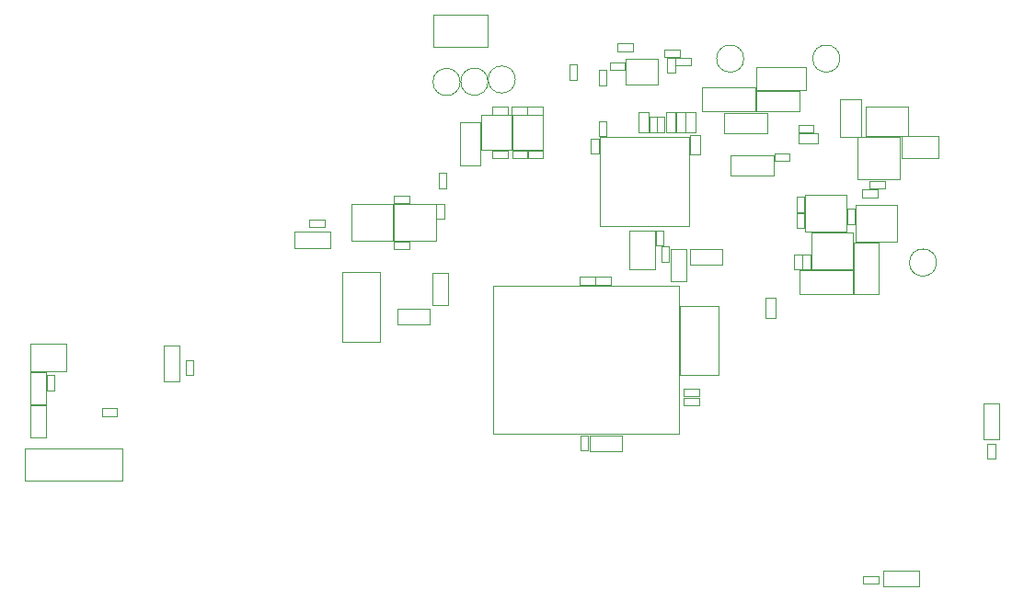
<source format=gbr>
G04 #@! TF.GenerationSoftware,KiCad,Pcbnew,7.0.6*
G04 #@! TF.CreationDate,2023-12-22T13:27:43-08:00*
G04 #@! TF.ProjectId,procon_gcc_main_pcb,70726f63-6f6e-45f6-9763-635f6d61696e,1*
G04 #@! TF.SameCoordinates,Original*
G04 #@! TF.FileFunction,Other,User*
%FSLAX46Y46*%
G04 Gerber Fmt 4.6, Leading zero omitted, Abs format (unit mm)*
G04 Created by KiCad (PCBNEW 7.0.6) date 2023-12-22 13:27:43*
%MOMM*%
%LPD*%
G01*
G04 APERTURE LIST*
%ADD10C,0.050000*%
G04 APERTURE END LIST*
D10*
X90300000Y-135725000D02*
X88900000Y-135725000D01*
X90300000Y-135025000D02*
X90300000Y-135725000D01*
X88900000Y-135725000D02*
X88900000Y-135025000D01*
X88900000Y-135025000D02*
X90300000Y-135025000D01*
X162450000Y-109970000D02*
X165850000Y-109970000D01*
X162450000Y-111930000D02*
X162450000Y-109970000D01*
X165850000Y-109970000D02*
X165850000Y-111930000D01*
X165850000Y-111930000D02*
X162450000Y-111930000D01*
X152816600Y-116943800D02*
X152816600Y-115543800D01*
X153516600Y-116943800D02*
X152816600Y-116943800D01*
X152816600Y-115543800D02*
X153516600Y-115543800D01*
X153516600Y-115543800D02*
X153516600Y-116943800D01*
X139961100Y-108163094D02*
X139961100Y-109563094D01*
X139261100Y-108163094D02*
X139961100Y-108163094D01*
X139961100Y-109563094D02*
X139261100Y-109563094D01*
X139261100Y-109563094D02*
X139261100Y-108163094D01*
X150100000Y-109700000D02*
X150100000Y-107800000D01*
X150100000Y-109700000D02*
X146100000Y-109700000D01*
X150100000Y-107800000D02*
X146100000Y-107800000D01*
X146100000Y-109700000D02*
X146100000Y-107800000D01*
X160387200Y-119776000D02*
X158087200Y-119776000D01*
X160387200Y-119776000D02*
X160387200Y-124476000D01*
X160387200Y-124476000D02*
X158087200Y-124476000D01*
X158087200Y-124476000D02*
X158087200Y-119776000D01*
X120748689Y-122553755D02*
X120748689Y-125513755D01*
X119288689Y-122553755D02*
X120748689Y-122553755D01*
X120748689Y-125513755D02*
X119288689Y-125513755D01*
X119288689Y-125513755D02*
X119288689Y-122553755D01*
X153375400Y-122216400D02*
X153375400Y-120816400D01*
X154075400Y-122216400D02*
X153375400Y-122216400D01*
X153375400Y-120816400D02*
X154075400Y-120816400D01*
X154075400Y-120816400D02*
X154075400Y-122216400D01*
X154786400Y-110623000D02*
X152966400Y-110623000D01*
X154786400Y-109703000D02*
X154786400Y-110623000D01*
X152966400Y-110623000D02*
X152966400Y-109703000D01*
X152966400Y-109703000D02*
X154786400Y-109703000D01*
X170389623Y-139668477D02*
X170389623Y-138268477D01*
X171089623Y-139668477D02*
X170389623Y-139668477D01*
X170389623Y-138268477D02*
X171089623Y-138268477D01*
X171089623Y-138268477D02*
X171089623Y-139668477D01*
X110975200Y-128859200D02*
X114475200Y-128859200D01*
X114475200Y-128859200D02*
X114475200Y-122499200D01*
X110975200Y-122499200D02*
X110975200Y-128859200D01*
X114475200Y-122499200D02*
X110975200Y-122499200D01*
X96047457Y-129230391D02*
X96047457Y-132530391D01*
X94587457Y-129230391D02*
X96047457Y-129230391D01*
X96047457Y-132530391D02*
X94587457Y-132530391D01*
X94587457Y-132530391D02*
X94587457Y-129230391D01*
X123796600Y-111206100D02*
X126596600Y-111206100D01*
X123796600Y-111206100D02*
X123796600Y-108006100D01*
X126596600Y-111206100D02*
X126596600Y-108006100D01*
X126596600Y-108006100D02*
X123796600Y-108006100D01*
X149948800Y-126710800D02*
X149948800Y-124850800D01*
X150888800Y-126710800D02*
X149948800Y-126710800D01*
X149948800Y-124850800D02*
X150888800Y-124850800D01*
X150888800Y-124850800D02*
X150888800Y-126710800D01*
X142427000Y-133233600D02*
X143827000Y-133233600D01*
X142427000Y-133933600D02*
X142427000Y-133233600D01*
X143827000Y-133233600D02*
X143827000Y-133933600D01*
X143827000Y-133933600D02*
X142427000Y-133933600D01*
X164100004Y-151428757D02*
X160800004Y-151428757D01*
X164100004Y-149968757D02*
X164100004Y-151428757D01*
X160800004Y-151428757D02*
X160800004Y-149968757D01*
X160800004Y-149968757D02*
X164100004Y-149968757D01*
X128040800Y-111962700D02*
X126640800Y-111962700D01*
X128040800Y-111262700D02*
X128040800Y-111962700D01*
X126640800Y-111962700D02*
X126640800Y-111262700D01*
X126640800Y-111262700D02*
X128040800Y-111262700D01*
X158007600Y-122200400D02*
X158007600Y-118800400D01*
X158007600Y-118800400D02*
X154167600Y-118800400D01*
X154167600Y-122200400D02*
X158007600Y-122200400D01*
X154167600Y-118800400D02*
X154167600Y-122200400D01*
X134600900Y-105264294D02*
X134600900Y-103864294D01*
X135300900Y-105264294D02*
X134600900Y-105264294D01*
X134600900Y-103864294D02*
X135300900Y-103864294D01*
X135300900Y-103864294D02*
X135300900Y-105264294D01*
X134665700Y-109988094D02*
X134665700Y-118228094D01*
X134665700Y-118228094D02*
X142905700Y-118228094D01*
X142905700Y-109988094D02*
X134665700Y-109988094D01*
X142905700Y-118228094D02*
X142905700Y-109988094D01*
X147950000Y-102800000D02*
G75*
G03*
X147950000Y-102800000I-1250000J0D01*
G01*
X124894200Y-137398800D02*
X141994200Y-137398800D01*
X141994200Y-137398800D02*
X141994200Y-123698800D01*
X124894200Y-123698800D02*
X124894200Y-137398800D01*
X141994200Y-123698800D02*
X124894200Y-123698800D01*
X141691100Y-109567294D02*
X141691100Y-107747294D01*
X142611100Y-109567294D02*
X141691100Y-109567294D01*
X141691100Y-107747294D02*
X142611100Y-107747294D01*
X142611100Y-107747294D02*
X142611100Y-109567294D01*
X124826800Y-111262700D02*
X126226800Y-111262700D01*
X124826800Y-111962700D02*
X124826800Y-111262700D01*
X126226800Y-111262700D02*
X126226800Y-111962700D01*
X126226800Y-111962700D02*
X124826800Y-111962700D01*
X146691600Y-111699000D02*
X146691600Y-113599000D01*
X146691600Y-111699000D02*
X150691600Y-111699000D01*
X146691600Y-113599000D02*
X150691600Y-113599000D01*
X150691600Y-111699000D02*
X150691600Y-113599000D01*
X149001838Y-107661120D02*
X144101838Y-107661120D01*
X149001838Y-105421120D02*
X149001838Y-107661120D01*
X144101838Y-107661120D02*
X144101838Y-105421120D01*
X144101838Y-105421120D02*
X149001838Y-105421120D01*
X153087120Y-107659987D02*
X153087120Y-105759987D01*
X153087120Y-107659987D02*
X149087120Y-107659987D01*
X153087120Y-105759987D02*
X149087120Y-105759987D01*
X149087120Y-107659987D02*
X149087120Y-105759987D01*
X133901700Y-111544294D02*
X133901700Y-110144294D01*
X134601700Y-111544294D02*
X133901700Y-111544294D01*
X133901700Y-110144294D02*
X134601700Y-110144294D01*
X134601700Y-110144294D02*
X134601700Y-111544294D01*
X124414600Y-104927400D02*
G75*
G03*
X124414600Y-104927400I-1250000J0D01*
G01*
X141624800Y-102728800D02*
X141624800Y-104128800D01*
X140924800Y-102728800D02*
X141624800Y-102728800D01*
X141624800Y-104128800D02*
X140924800Y-104128800D01*
X140924800Y-104128800D02*
X140924800Y-102728800D01*
X124801400Y-107249500D02*
X126201400Y-107249500D01*
X124801400Y-107949500D02*
X124801400Y-107249500D01*
X126201400Y-107249500D02*
X126201400Y-107949500D01*
X126201400Y-107949500D02*
X124801400Y-107949500D01*
X143827000Y-134746400D02*
X142427000Y-134746400D01*
X143827000Y-134046400D02*
X143827000Y-134746400D01*
X142427000Y-134746400D02*
X142427000Y-134046400D01*
X142427000Y-134046400D02*
X143827000Y-134046400D01*
X153313400Y-120816400D02*
X153313400Y-122216400D01*
X152613400Y-120816400D02*
X153313400Y-120816400D01*
X153313400Y-122216400D02*
X152613400Y-122216400D01*
X152613400Y-122216400D02*
X152613400Y-120816400D01*
X115763023Y-119631101D02*
X117163023Y-119631101D01*
X115763023Y-120331101D02*
X115763023Y-119631101D01*
X117163023Y-119631101D02*
X117163023Y-120331101D01*
X117163023Y-120331101D02*
X115763023Y-120331101D01*
X162350000Y-110050000D02*
X158450000Y-110050000D01*
X162350000Y-110050000D02*
X162350000Y-113950000D01*
X158450000Y-110050000D02*
X158450000Y-113950000D01*
X162350000Y-113950000D02*
X158450000Y-113950000D01*
X119019100Y-127277002D02*
X116059100Y-127277002D01*
X119019100Y-125817002D02*
X119019100Y-127277002D01*
X116059100Y-127277002D02*
X116059100Y-125817002D01*
X116059100Y-125817002D02*
X119019100Y-125817002D01*
X158004200Y-124513200D02*
X153104200Y-124513200D01*
X158004200Y-122273200D02*
X158004200Y-124513200D01*
X153104200Y-124513200D02*
X153104200Y-122273200D01*
X153104200Y-122273200D02*
X158004200Y-122273200D01*
X153583400Y-115320600D02*
X153583400Y-118720600D01*
X153583400Y-118720600D02*
X157423400Y-118720600D01*
X157423400Y-115320600D02*
X153583400Y-115320600D01*
X157423400Y-118720600D02*
X157423400Y-115320600D01*
X140672300Y-108163094D02*
X140672300Y-109563094D01*
X139972300Y-108163094D02*
X140672300Y-108163094D01*
X140672300Y-109563094D02*
X139972300Y-109563094D01*
X139972300Y-109563094D02*
X139972300Y-108163094D01*
X106631309Y-118767056D02*
X109931309Y-118767056D01*
X106631309Y-120227056D02*
X106631309Y-118767056D01*
X109931309Y-118767056D02*
X109931309Y-120227056D01*
X109931309Y-120227056D02*
X106631309Y-120227056D01*
X141692400Y-102723200D02*
X143092400Y-102723200D01*
X141692400Y-103423200D02*
X141692400Y-102723200D01*
X143092400Y-102723200D02*
X143092400Y-103423200D01*
X143092400Y-103423200D02*
X141692400Y-103423200D01*
X153694334Y-105684540D02*
X149094334Y-105684540D01*
X153694334Y-103584540D02*
X153694334Y-105684540D01*
X149094334Y-105684540D02*
X149094334Y-103584540D01*
X149094334Y-103584540D02*
X153694334Y-103584540D01*
X115762223Y-116172901D02*
X115762223Y-119572901D01*
X115762223Y-119572901D02*
X119602223Y-119572901D01*
X119602223Y-116172901D02*
X115762223Y-116172901D01*
X119602223Y-119572901D02*
X119602223Y-116172901D01*
X82271600Y-129102800D02*
X82271600Y-131602800D01*
X82271600Y-129102800D02*
X85571600Y-129102800D01*
X85571600Y-131602800D02*
X82271600Y-131602800D01*
X85571600Y-131602800D02*
X85571600Y-129102800D01*
X142668323Y-120333129D02*
X142668323Y-123293129D01*
X141208323Y-120333129D02*
X142668323Y-120333129D01*
X142668323Y-123293129D02*
X141208323Y-123293129D01*
X141208323Y-123293129D02*
X141208323Y-120333129D01*
X81774400Y-141682600D02*
X90774400Y-141682600D01*
X90774400Y-141682600D02*
X90774400Y-138682600D01*
X81774400Y-138682600D02*
X81774400Y-141682600D01*
X90774400Y-138682600D02*
X81774400Y-138682600D01*
X136358400Y-101402400D02*
X137758400Y-101402400D01*
X136358400Y-102102400D02*
X136358400Y-101402400D01*
X137758400Y-101402400D02*
X137758400Y-102102400D01*
X137758400Y-102102400D02*
X136358400Y-102102400D01*
X134625600Y-109944094D02*
X134625600Y-108544094D01*
X135325600Y-109944094D02*
X134625600Y-109944094D01*
X134625600Y-108544094D02*
X135325600Y-108544094D01*
X135325600Y-108544094D02*
X135325600Y-109944094D01*
X115752423Y-115414701D02*
X117152423Y-115414701D01*
X115752423Y-116114701D02*
X115752423Y-115414701D01*
X117152423Y-115414701D02*
X117152423Y-116114701D01*
X117152423Y-116114701D02*
X115752423Y-116114701D01*
X139795100Y-118686494D02*
X139795100Y-122186494D01*
X137395100Y-118686494D02*
X139795100Y-118686494D01*
X139795100Y-122186494D02*
X137395100Y-122186494D01*
X137395100Y-122186494D02*
X137395100Y-118686494D01*
X143011900Y-111627294D02*
X143011900Y-109807294D01*
X143931900Y-111627294D02*
X143011900Y-111627294D01*
X143011900Y-109807294D02*
X143931900Y-109807294D01*
X143931900Y-109807294D02*
X143931900Y-111627294D01*
X137021800Y-103855000D02*
X135621800Y-103855000D01*
X137021800Y-103155000D02*
X137021800Y-103855000D01*
X135621800Y-103855000D02*
X135621800Y-103155000D01*
X135621800Y-103155000D02*
X137021800Y-103155000D01*
X133749600Y-137496800D02*
X136709600Y-137496800D01*
X133749600Y-138956800D02*
X133749600Y-137496800D01*
X136709600Y-137496800D02*
X136709600Y-138956800D01*
X136709600Y-138956800D02*
X133749600Y-138956800D01*
X171468456Y-134564581D02*
X171468456Y-137864581D01*
X170008456Y-134564581D02*
X171468456Y-134564581D01*
X171468456Y-137864581D02*
X170008456Y-137864581D01*
X170008456Y-137864581D02*
X170008456Y-134564581D01*
X84525600Y-131949400D02*
X84525600Y-133349400D01*
X83825600Y-131949400D02*
X84525600Y-131949400D01*
X84525600Y-133349400D02*
X83825600Y-133349400D01*
X83825600Y-133349400D02*
X83825600Y-131949400D01*
X126641400Y-111206100D02*
X129441400Y-111206100D01*
X126641400Y-111206100D02*
X126641400Y-108006100D01*
X129441400Y-111206100D02*
X129441400Y-108006100D01*
X129441400Y-108006100D02*
X126641400Y-108006100D01*
X158945629Y-150497756D02*
X160345629Y-150497756D01*
X158945629Y-151197756D02*
X158945629Y-150497756D01*
X160345629Y-150497756D02*
X160345629Y-151197756D01*
X160345629Y-151197756D02*
X158945629Y-151197756D01*
X115690623Y-119572901D02*
X115690623Y-116172901D01*
X115690623Y-116172901D02*
X111850623Y-116172901D01*
X111850623Y-119572901D02*
X115690623Y-119572901D01*
X111850623Y-116172901D02*
X111850623Y-119572901D01*
X134253200Y-123616200D02*
X132853200Y-123616200D01*
X134253200Y-122916200D02*
X134253200Y-123616200D01*
X132853200Y-123616200D02*
X132853200Y-122916200D01*
X132853200Y-122916200D02*
X134253200Y-122916200D01*
X107985401Y-117627059D02*
X109385401Y-117627059D01*
X107985401Y-118327059D02*
X107985401Y-117627059D01*
X109385401Y-117627059D02*
X109385401Y-118327059D01*
X109385401Y-118327059D02*
X107985401Y-118327059D01*
X142973194Y-120330800D02*
X145933194Y-120330800D01*
X142973194Y-121790800D02*
X142973194Y-120330800D01*
X145933194Y-120330800D02*
X145933194Y-121790800D01*
X145933194Y-121790800D02*
X142973194Y-121790800D01*
X143525500Y-107747294D02*
X143525500Y-109567294D01*
X142605500Y-107747294D02*
X143525500Y-107747294D01*
X143525500Y-109567294D02*
X142605500Y-109567294D01*
X142605500Y-109567294D02*
X142605500Y-107747294D01*
X152973200Y-108924000D02*
X154373200Y-108924000D01*
X152973200Y-109624000D02*
X152973200Y-108924000D01*
X154373200Y-108924000D02*
X154373200Y-109624000D01*
X154373200Y-109624000D02*
X152973200Y-109624000D01*
X140353300Y-121501094D02*
X140353300Y-120101094D01*
X141053300Y-121501094D02*
X140353300Y-121501094D01*
X140353300Y-120101094D02*
X141053300Y-120101094D01*
X141053300Y-120101094D02*
X141053300Y-121501094D01*
X120575902Y-113356302D02*
X120575902Y-114756302D01*
X119875902Y-113356302D02*
X120575902Y-113356302D01*
X120575902Y-114756302D02*
X119875902Y-114756302D01*
X119875902Y-114756302D02*
X119875902Y-113356302D01*
X139207500Y-107749894D02*
X139207500Y-109569894D01*
X138287500Y-107749894D02*
X139207500Y-107749894D01*
X139207500Y-109569894D02*
X138287500Y-109569894D01*
X138287500Y-109569894D02*
X138287500Y-107749894D01*
X124420000Y-98728400D02*
X119420000Y-98728400D01*
X119420000Y-98728400D02*
X119420000Y-101728400D01*
X124420000Y-101728400D02*
X124420000Y-98728400D01*
X119420000Y-101728400D02*
X124420000Y-101728400D01*
X121849200Y-104952800D02*
G75*
G03*
X121849200Y-104952800I-1250000J0D01*
G01*
X141696700Y-107749894D02*
X141696700Y-109569894D01*
X140776700Y-107749894D02*
X141696700Y-107749894D01*
X141696700Y-109569894D02*
X140776700Y-109569894D01*
X140776700Y-109569894D02*
X140776700Y-107749894D01*
X158254700Y-116275600D02*
X158254700Y-119675600D01*
X158254700Y-119675600D02*
X162094700Y-119675600D01*
X162094700Y-116275600D02*
X158254700Y-116275600D01*
X162094700Y-119675600D02*
X162094700Y-116275600D01*
X156795200Y-102799400D02*
G75*
G03*
X156795200Y-102799400I-1250000J0D01*
G01*
X126929200Y-104724200D02*
G75*
G03*
X126929200Y-104724200I-1250000J0D01*
G01*
X83737200Y-131666800D02*
X83737200Y-134626800D01*
X82277200Y-131666800D02*
X83737200Y-131666800D01*
X83737200Y-134626800D02*
X82277200Y-134626800D01*
X82277200Y-134626800D02*
X82277200Y-131666800D01*
X128004800Y-107949500D02*
X126604800Y-107949500D01*
X128004800Y-107249500D02*
X128004800Y-107949500D01*
X126604800Y-107949500D02*
X126604800Y-107249500D01*
X126604800Y-107249500D02*
X128004800Y-107249500D01*
X137107000Y-105213000D02*
X140007000Y-105213000D01*
X140007000Y-105213000D02*
X140007000Y-102813000D01*
X137107000Y-102813000D02*
X137107000Y-105213000D01*
X140007000Y-102813000D02*
X137107000Y-102813000D01*
X142090200Y-131983400D02*
X145590200Y-131983400D01*
X145590200Y-131983400D02*
X145590200Y-125623400D01*
X142090200Y-125623400D02*
X142090200Y-131983400D01*
X145590200Y-125623400D02*
X142090200Y-125623400D01*
X128052600Y-107249500D02*
X129452600Y-107249500D01*
X128052600Y-107949500D02*
X128052600Y-107249500D01*
X129452600Y-107249500D02*
X129452600Y-107949500D01*
X129452600Y-107949500D02*
X128052600Y-107949500D01*
X139870700Y-120044294D02*
X139870700Y-118644294D01*
X140570700Y-120044294D02*
X139870700Y-120044294D01*
X139870700Y-118644294D02*
X140570700Y-118644294D01*
X140570700Y-118644294D02*
X140570700Y-120044294D01*
X97283652Y-130552363D02*
X97283652Y-131952363D01*
X96583652Y-130552363D02*
X97283652Y-130552363D01*
X97283652Y-131952363D02*
X96583652Y-131952363D01*
X96583652Y-131952363D02*
X96583652Y-130552363D01*
X132898400Y-138901400D02*
X132898400Y-137501400D01*
X133598400Y-138901400D02*
X132898400Y-138901400D01*
X132898400Y-137501400D02*
X133598400Y-137501400D01*
X133598400Y-137501400D02*
X133598400Y-138901400D01*
X128063200Y-111262700D02*
X129463200Y-111262700D01*
X128063200Y-111962700D02*
X128063200Y-111262700D01*
X129463200Y-111262700D02*
X129463200Y-111962700D01*
X129463200Y-111962700D02*
X128063200Y-111962700D01*
X150763400Y-111514800D02*
X152163400Y-111514800D01*
X150763400Y-112214800D02*
X150763400Y-111514800D01*
X152163400Y-111514800D02*
X152163400Y-112214800D01*
X152163400Y-112214800D02*
X150763400Y-112214800D01*
X158190200Y-116650800D02*
X158190200Y-118050800D01*
X157490200Y-116650800D02*
X158190200Y-116650800D01*
X158190200Y-118050800D02*
X157490200Y-118050800D01*
X157490200Y-118050800D02*
X157490200Y-116650800D01*
X159150000Y-107200000D02*
X163050000Y-107200000D01*
X159150000Y-109900000D02*
X159150000Y-107200000D01*
X163050000Y-107200000D02*
X163050000Y-109900000D01*
X163050000Y-109900000D02*
X159150000Y-109900000D01*
X132607800Y-103338400D02*
X132607800Y-104738400D01*
X131907800Y-103338400D02*
X132607800Y-103338400D01*
X132607800Y-104738400D02*
X131907800Y-104738400D01*
X131907800Y-104738400D02*
X131907800Y-103338400D01*
X160918077Y-114752950D02*
X159518077Y-114752950D01*
X160918077Y-114052950D02*
X160918077Y-114752950D01*
X159518077Y-114752950D02*
X159518077Y-114052950D01*
X159518077Y-114052950D02*
X160918077Y-114052950D01*
X123708200Y-108642400D02*
X121808200Y-108642400D01*
X123708200Y-108642400D02*
X123708200Y-112642400D01*
X121808200Y-108642400D02*
X121808200Y-112642400D01*
X123708200Y-112642400D02*
X121808200Y-112642400D01*
X82277200Y-137662600D02*
X82277200Y-134702600D01*
X83737200Y-137662600D02*
X82277200Y-137662600D01*
X82277200Y-134702600D02*
X83737200Y-134702600D01*
X83737200Y-134702600D02*
X83737200Y-137662600D01*
X158878348Y-114864226D02*
X160278348Y-114864226D01*
X158878348Y-115564226D02*
X158878348Y-114864226D01*
X160278348Y-114864226D02*
X160278348Y-115564226D01*
X160278348Y-115564226D02*
X158878348Y-115564226D01*
X152816600Y-118417000D02*
X152816600Y-117017000D01*
X153516600Y-118417000D02*
X152816600Y-118417000D01*
X152816600Y-117017000D02*
X153516600Y-117017000D01*
X153516600Y-117017000D02*
X153516600Y-118417000D01*
X158762026Y-106574670D02*
X158762026Y-109974670D01*
X156802026Y-106574670D02*
X158762026Y-106574670D01*
X158762026Y-109974670D02*
X156802026Y-109974670D01*
X156802026Y-109974670D02*
X156802026Y-106574670D01*
X165689600Y-121589800D02*
G75*
G03*
X165689600Y-121589800I-1250000J0D01*
G01*
X140676400Y-101961200D02*
X142076400Y-101961200D01*
X140676400Y-102661200D02*
X140676400Y-101961200D01*
X142076400Y-101961200D02*
X142076400Y-102661200D01*
X142076400Y-102661200D02*
X140676400Y-102661200D01*
X120369023Y-116182301D02*
X120369023Y-117582301D01*
X119669023Y-116182301D02*
X120369023Y-116182301D01*
X120369023Y-117582301D02*
X119669023Y-117582301D01*
X119669023Y-117582301D02*
X119669023Y-116182301D01*
X135726400Y-123616200D02*
X134326400Y-123616200D01*
X135726400Y-122916200D02*
X135726400Y-123616200D01*
X134326400Y-123616200D02*
X134326400Y-122916200D01*
X134326400Y-122916200D02*
X135726400Y-122916200D01*
M02*

</source>
